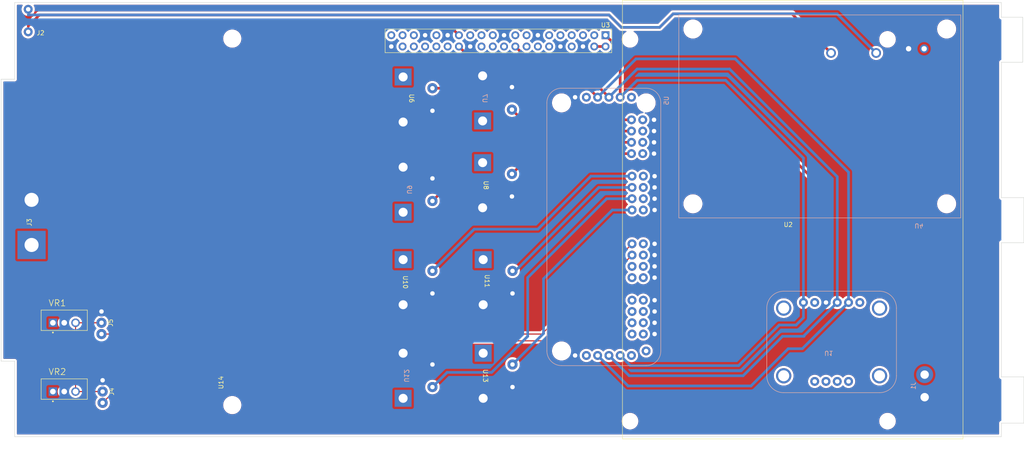
<source format=kicad_pcb>
(kicad_pcb (version 20211014) (generator pcbnew)
  (title_block (title "Lasagna Motherboard PCB Design") (date "2023-01-03") (rev "v0.1") (company "Blueshift Robotics"))
  (layers (0 "F.Cu" signal) (31 "B.Cu" signal) (34 "B.Paste" user) (35 "F.Paste" user) (36 "B.SilkS" user "B.Silkscreen") (37 "F.SilkS" user "F.Silkscreen") (38 "B.Mask" user) (39 "F.Mask" user) (44 "Edge.Cuts" user))
  (net 0 "")
  (net 1 "+12V")
  (net 2 "GND")
  (net 3 "Net-(J2-Pad1)")
  (net 4 "Net-(J2-Pad2)")
  (net 9 "+3V3")
  (net 11 "Net-(U1-Pad8)")
  (net 12 "Net-(U1-Pad9)")
  (net 14 "+5V")
  (net 45 "Net-(U5-Pad13)")
  (net 46 "Net-(U5-Pad16)")
  (net 47 "Net-(U5-Pad19)")
  (net 48 "Net-(U5-Pad22)")
  (net 49 "Net-(U10-Pad3)")
  (net 50 "Net-(U11-Pad3)")
  (net 51 "Net-(U12-Pad3)")
  (net 52 "Net-(U13-Pad3)")
  (net 61 "Net-(U5-Pad37)")
  (net 63 "Net-(U5-Pad40)")
  (footprint "lasagna-motherboard:ESC" (layer "F.Cu") (at 143.891 147.32 -90)
    (fp_text reference "U13" (at 0 -0.5 -90 unlocked) (layer "F.SilkS"))
    (fp_text value "ESC")
    (pad "1" thru_hole rect (at -5.08 0 270) (size 3.81 3.81) (drill 2.032) (layers *.Cu *.Mask) (net 1 "+12V"))
    (pad "2" thru_hole rect (at 5.08 0 270) (size 3.81 3.81) (drill 2.032) (layers *.Cu *.Mask) (net 2 "GND"))
    (pad "3" thru_hole circle (at -2.54 -6.604 90) (size 2.286 2.286) (drill 1) (layers *.Cu *.Mask) (net 52 "Net-(U13-Pad3)"))
    (pad "4" thru_hole circle (at 2.54 -6.604 90) (size 2.286 2.286) (drill 1) (layers *.Cu *.Mask) (net 2 "GND"))
  )
  (footprint "lasagna-motherboard:ESC" (layer "F.Cu") (at 125.857 126.238 -90)
    (fp_text reference "U10" (at 0 -0.5 -90 unlocked) (layer "F.SilkS"))
    (fp_text value "ESC")
    (pad "1" thru_hole rect (at -5.08 0 270) (size 3.81 3.81) (drill 2.032) (layers *.Cu *.Mask) (net 1 "+12V"))
    (pad "2" thru_hole rect (at 5.08 0 270) (size 3.81 3.81) (drill 2.032) (layers *.Cu *.Mask) (net 2 "GND"))
    (pad "3" thru_hole circle (at -2.54 -6.604 90) (size 2.286 2.286) (drill 1) (layers *.Cu *.Mask) (net 49 "Net-(U10-Pad3)"))
    (pad "4" thru_hole circle (at 2.54 -6.604 90) (size 2.286 2.286) (drill 1) (layers *.Cu *.Mask) (net 2 "GND"))
  )
  (footprint "lasagna-motherboard:Servo PWM Connector" (layer "F.Cu") (at 60.706 150.876 90)
    (fp_text reference "J4" (at 0 -0.5 90 unlocked) (layer "F.SilkS"))
    (fp_text value "Servo_Connector")
    (pad "1" thru_hole circle (at -2.54 -2.54 270) (size 2.286 2.286) (drill 1) (layers *.Cu *.Mask) (net 63 "Net-(U5-Pad40)"))
    (pad "2" thru_hole circle (at 0 -2.54 270) (size 2.286 2.286) (drill 1) (layers *.Cu *.Mask) (net 14 "+5V"))
    (pad "3" thru_hole circle (at 2.54 -2.54 270) (size 2.286 2.286) (drill 1) (layers *.Cu *.Mask) (net 2 "GND"))
  )
  (footprint "lasagna-motherboard:Jetson_Xavier_NX_2X20_Pin_Header" (layer "F.Cu") (at 147.32 71.882 180)
    (fp_text reference "U3" (at -24.13 3.556 180) (layer "F.SilkS"))
    (fp_text value "Jetson_Xavier_NX_Pins")
    (fp_line (start 25.519 -2.658999) (end -25.519 -2.659) (layer "F.SilkS") (width 0.12))
    (fp_line (start -25.519 2.658999) (end 25.519 2.659) (layer "F.SilkS") (width 0.12))
    (fp_line (start 25.519 2.659) (end 25.519 -2.658999) (layer "F.SilkS") (width 0.12))
    (fp_line (start -25.519 -0.886333) (end -25.519 0.886333) (layer "F.SilkS") (width 0.12))
    (fp_line (start -25.519 0.886333) (end -25.519 2.658999) (layer "F.SilkS") (width 0.12))
    (fp_line (start -25.519 -2.659) (end -25.519 -0.886333) (layer "F.SilkS") (width 0.12))
    (pad "1" thru_hole rect (at -24.13 1.27 180) (size 1.778 1.778) (drill 1) (layers *.Cu *.Mask) (net 9 "+3V3"))
    (pad "2" thru_hole circle (at -24.13 -1.27 180) (size 1.778 1.778) (drill 1) (layers *.Cu *.Mask) (net 14 "+5V"))
    (pad "3" thru_hole circle (at -21.59 1.27 180) (size 1.778 1.778) (drill 1) (layers *.Cu *.Mask))
    (pad "4" thru_hole circle (at -21.59 -1.27 180) (size 1.778 1.778) (drill 1) (layers *.Cu *.Mask) (net 14 "+5V"))
    (pad "5" thru_hole circle (at -19.05 1.27 180) (size 1.778 1.778) (drill 1) (layers *.Cu *.Mask))
    (pad "6" thru_hole circle (at -19.05 -1.27 180) (size 1.778 1.778) (drill 1) (layers *.Cu *.Mask) (net 2 "GND"))
    (pad "7" thru_hole circle (at -16.51 1.27 180) (size 1.778 1.778) (drill 1) (layers *.Cu *.Mask))
    (pad "8" thru_hole circle (at -16.51 -1.27 180) (size 1.778 1.778) (drill 1) (layers *.Cu *.Mask))
    (pad "9" thru_hole circle (at -13.97 -1.27 180) (size 1.778 1.778) (drill 1) (layers *.Cu *.Mask) (net 2 "GND"))
    (pad "10" thru_hole circle (at -13.97 1.27 180) (size 1.778 1.778) (drill 1) (layers *.Cu *.Mask))
    (pad "11" thru_hole circle (at -11.43 -1.27 180) (size 1.778 1.778) (drill 1) (layers *.Cu *.Mask))
    (pad "12" thru_hole circle (at -11.43 1.27 180) (size 1.778 1.778) (drill 1) (layers *.Cu *.Mask))
    (pad "13" thru_hole circle (at -8.89 -1.27 180) (size 1.778 1.778) (drill 1) (layers *.Cu *.Mask))
    (pad "14" thru_hole circle (at -8.89 1.27 180) (size 1.778 1.778) (drill 1) (layers *.Cu *.Mask) (net 2 "GND"))
    (pad "15" thru_hole circle (at -6.35 -1.27 180) (size 1.778 1.778) (drill 1) (layers *.Cu *.Mask))
    (pad "16" thru_hole circle (at -6.35 1.27 180) (size 1.778 1.778) (drill 1) (layers *.Cu *.Mask))
    (pad "17" thru_hole circle (at -3.81 -1.27 180) (size 1.778 1.778) (drill 1) (layers *.Cu *.Mask) (net 9 "+3V3"))
    (pad "18" thru_hole circle (at -3.81 1.27 180) (size 1.778 1.778) (drill 1) (layers *.Cu *.Mask))
    (pad "19" thru_hole circle (at -1.27 -1.27 180) (size 1.778 1.778) (drill 1) (layers *.Cu *.Mask))
    (pad "20" thru_hole circle (at -1.27 1.27 180) (size 1.778 1.778) (drill 1) (layers *.Cu *.Mask) (net 2 "GND"))
    (pad "21" thru_hole circle (at 1.27 -1.27 180) (size 1.778 1.778) (drill 1) (layers *.Cu *.Mask))
    (pad "22" thru_hole circle (at 1.27 1.27 180) (size 1.778 1.778) (drill 1) (layers *.Cu *.Mask))
    (pad "23" thru_hole circle (at 3.81 -1.27 180) (size 1.778 1.778) (drill 1) (layers *.Cu *.Mask))
    (pad "24" thru_hole circle (at 3.81 1.27 180) (size 1.778 1.778) (drill 1) (layers *.Cu *.Mask))
    (pad "25" thru_hole circle (at 6.35 -1.27 180) (size 1.778 1.778) (drill 1) (layers *.Cu *.Mask) (net 2 "GND"))
    (pad "26" thru_hole circle (at 6.35 1.27 180) (size 1.778 1.778) (drill 1) (layers *.Cu *.Mask))
    (pad "27" thru_hole circle (at 8.89 -1.27 180) (size 1.778 1.778) (drill 1) (layers *.Cu *.Mask) (net 11 "Net-(U1-Pad8)"))
    (pad "28" thru_hole circle (at 8.89 1.27 180) (size 1.778 1.778) (drill 1) (layers *.Cu *.Mask) (net 12 "Net-(U1-Pad9)"))
    (pad "29" thru_hole circle (at 11.43 -1.27 180) (size 1.778 1.778) (drill 1) (layers *.Cu *.Mask))
    (pad "30" thru_hole circle (at 11.43 1.27 180) (size 1.778 1.778) (drill 1) (layers *.Cu *.Mask) (net 2 "GND"))
    (pad "31" thru_hole circle (at 13.97 -1.27 180) (size 1.778 1.778) (drill 1) (layers *.Cu *.Mask))
    (pad "32" thru_hole circle (at 13.97 1.27 180) (size 1.778 1.778) (drill 1) (layers *.Cu *.Mask))
    (pad "33" thru_hole circle (at 16.51 -1.27 180) (size 1.778 1.778) (drill 1) (layers *.Cu *.Mask))
    (pad "34" thru_hole circle (at 16.51 1.27 180) (size 1.778 1.778) (drill 1) (layers *.Cu *.Mask) (net 2 "GND"))
    (pad "35" thru_hole circle (at 19.05 -1.27 180) (size 1.778 1.778) (drill 1) (layers *.Cu *.Mask))
    (pad "36" thru_hole circle (at 19.05 1.27 180) (size 1.778 1.778) (drill 1) (layers *.Cu *.Mask))
    (pad "37" thru_hole circle (at 21.59 -1.27 180) (size 1.778 1.778) (drill 1) (layers *.Cu *.Mask))
    (pad "38" thru_hole circle (at 21.59 1.27 180) (size 1.778 1.778) (drill 1) (layers *.Cu *.Mask))
    (pad "39" thru_hole circle (at 24.13 -1.27 180) (size 1.778 1.778) (drill 1) (layers *.Cu *.Mask) (net 2 "GND"))
    (pad "40" thru_hole circle (at 24.13 1.27 180) (size 1.778 1.778) (drill 1) (layers *.Cu *.Mask))
  )
  (footprint "lasagna-motherboard:Jetson_Xavier_NX_Mounting_Holes" (layer "F.Cu") (at 212.09 110.49 90)
    (fp_text reference "U2" (at -2.794 0.508 unlocked) (layer "F.SilkS"))
    (fp_text value "Jetson_Xavier_NX_Mounting_Holes")
    (fp_rect (start -51.054 -36.83) (end 47.752 39.878) (layer "F.SilkS") (width 0.12) (fill none))
    (pad "" np_thru_hole circle (at 38.946 -35.122 180) (size 1 1) (drill 2.75) (layers F&B.Cu *.Mask))
    (pad "" np_thru_hole circle (at 38.946 22.878 180) (size 1 1) (drill 2.75) (layers F&B.Cu *.Mask))
    (pad "" np_thru_hole circle (at -47.054 -35.122 180) (size 1 1) (drill 2.75) (layers F&B.Cu *.Mask))
    (pad "" np_thru_hole circle (at -47.054 22.878 180) (size 1 1) (drill 2.75) (layers F&B.Cu *.Mask))
  )
  (footprint "lasagna-motherboard:Voltage Regulator TO255" (layer "F.Cu") (at 46.97 135.382)
    (fp_text reference "VR1" (at 0.995 -4.444) (layer "F.SilkS") (effects (font (size 1.4 1.4))))
    (fp_text value "7805_TO-220_Voltage_Regulator")
    (fp_line (start 7.75 1.74) (end -2.65 1.74) (layer "F.SilkS") (width 0.127))
    (fp_line (start 7.75 -2.86) (end 7.75 1.74) (layer "F.SilkS") (width 0.127))
    (fp_line (start -2.65 -2.86) (end 7.75 -2.86) (layer "F.SilkS") (width 0.127))
    (fp_line (start -2.65 1.74) (end -2.65 -2.86) (layer "F.SilkS") (width 0.127))
    (fp_circle (center 0 2.195) (end 0.1 2.195) (layer "F.SilkS") (width 0.2) (fill none))
    (pad "1" thru_hole rect (at 0 0) (size 1.91 1.91) (drill 1.27) (layers *.Cu *.Mask) (net 1 "+12V"))
    (pad "2" thru_hole circle (at 2.55 0) (size 1.91 1.91) (drill 1.27) (layers *.Cu *.Mask) (net 2 "GND"))
    (pad "3" thru_hole circle (at 5.1 0) (size 1.91 1.91) (drill 1.27) (layers *.Cu *.Mask) (net 14 "+5V"))
  )
  (footprint "lasagna-motherboard:Voltage Regulator TO255" (layer "F.Cu") (at 46.97 150.876)
    (fp_text reference "VR2" (at 0.995 -4.444) (layer "F.SilkS") (effects (font (size 1.4 1.4))))
    (fp_text value "7805_TO-220_Voltage_Regulator")
    (fp_line (start 7.75 -2.86) (end 7.75 1.74) (layer "F.SilkS") (width 0.127))
    (fp_line (start 7.75 1.74) (end -2.65 1.74) (layer "F.SilkS") (width 0.127))
    (fp_line (start -2.65 -2.86) (end 7.75 -2.86) (layer "F.SilkS") (width 0.127))
    (fp_line (start -2.65 1.74) (end -2.65 -2.86) (layer "F.SilkS") (width 0.127))
    (fp_circle (center 0 2.195) (end 0.1 2.195) (layer "F.SilkS") (width 0.2) (fill none))
    (pad "1" thru_hole rect (at 0 0) (size 1.91 1.91) (drill 1.27) (layers *.Cu *.Mask) (net 1 "+12V"))
    (pad "2" thru_hole circle (at 2.55 0) (size 1.91 1.91) (drill 1.27) (layers *.Cu *.Mask) (net 2 "GND"))
    (pad "3" thru_hole circle (at 5.1 0) (size 1.91 1.91) (drill 1.27) (layers *.Cu *.Mask) (net 14 "+5V"))
  )
  (footprint "lasagna-motherboard:FathomX_Connector" (layer "F.Cu") (at 41.402 67.31 90)
    (fp_text reference "J2" (at -2.794 2.794 unlocked) (layer "F.SilkS"))
    (fp_text value "Fathom_X_Connector")
    (pad "1" thru_hole circle (at -2.54 0 180) (size 2 2) (drill 1) (layers *.Cu *.Mask) (net 3 "Net-(J2-Pad1)"))
    (pad "2" thru_hole circle (at 2.54 0 180) (size 2 2) (drill 1) (layers *.Cu *.Mask) (net 4 "Net-(J2-Pad2)"))
  )
  (footprint "lasagna-motherboard:ESC" (layer "F.Cu") (at 143.764 104.394 -90)
    (fp_text reference "U8" (at 0 -0.762 -90 unlocked) (layer "F.SilkS"))
    (fp_text value "ESC")
    (pad "1" thru_hole rect (at -5.08 0 270) (size 3.81 3.81) (drill 2.032) (layers *.Cu *.Mask) (net 1 "+12V"))
    (pad "2" thru_hole rect (at 5.08 0 270) (size 3.81 3.81) (drill 2.032) (layers *.Cu *.Mask) (net 2 "GND"))
    (pad "3" thru_hole circle (at -2.54 -6.604 90) (size 2.286 2.286) (drill 1) (layers *.Cu *.Mask) (net 47 "Net-(U5-Pad19)"))
    (pad "4" thru_hole circle (at 2.54 -6.604 90) (size 2.286 2.286) (drill 1) (layers *.Cu *.Mask) (net 2 "GND"))
  )
  (footprint "lasagna-motherboard:Power_Connector" (layer "F.Cu") (at 42.164 112.776 90)
    (fp_text reference "J3" (at 0 -0.5 90 unlocked) (layer "F.SilkS"))
    (fp_text value "Power_Connector")
    (pad "1" thru_hole rect (at -5.08 0 90) (size 6.35 6.35) (drill 3.175) (layers *.Cu *.Mask) (net 1 "+12V"))
    (pad "2" thru_hole rect (at 5.08 0 90) (size 6.35 6.35) (drill 3.175) (layers *.Cu *.Mask) (net 2 "GND"))
  )
  (footprint "lasagna-motherboard:ESC" (layer "F.Cu") (at 125.857 85.09 -90)
    (fp_text reference "U6" (at -0.254 -1.905 -90 unlocked) (layer "F.SilkS"))
    (fp_text value "ESC")
    (pad "1" thru_hole rect (at -5.08 0 270) (size 3.81 3.81) (drill 2.032) (layers *.Cu *.Mask) (net 1 "+12V"))
    (pad "2" thru_hole rect (at 5.08 0 270) (size 3.81 3.81) (drill 2.032) (layers *.Cu *.Mask) (net 2 "GND"))
    (pad "3" thru_hole circle (at -2.54 -6.604 90) (size 2.286 2.286) (drill 1) (layers *.Cu *.Mask) (net 45 "Net-(U5-Pad13)"))
    (pad "4" thru_hole circle (at 2.54 -6.604 90) (size 2.286 2.286) (drill 1) (layers *.Cu *.Mask) (net 2 "GND"))
  )
  (footprint "lasagna-motherboard:ESC Holder mounting Holes" (layer "F.Cu") (at 87.376 153.924 90)
    (fp_text reference "U14" (at 5.08 -2.54 90 unlocked) (layer "F.SilkS"))
    (fp_text value "ESC_Holder_Mounting_Holes")
    (pad "" np_thru_hole circle (at 0 0 180) (size 2.54 2.54) (drill 3.1) (layers F&B.Cu *.Mask))
    (pad "" np_thru_hole circle (at 82.55 0 180) (size 2.54 2.54) (drill 3.1) (layers F&B.Cu *.Mask))
  )
  (footprint "lasagna-motherboard:Servo PWM Connector" (layer "F.Cu") (at 60.452 135.382 90)
    (fp_text reference "J5" (at 0 -0.5 90 unlocked) (layer "F.SilkS"))
    (fp_text value "Servo_Connector")
    (pad "1" thru_hole circle (at -2.54 -2.54 270) (size 2.286 2.286) (drill 1) (layers *.Cu *.Mask) (net 61 "Net-(U5-Pad37)"))
    (pad "2" thru_hole circle (at 0 -2.54 270) (size 2.286 2.286) (drill 1) (layers *.Cu *.Mask) (net 14 "+5V"))
    (pad "3" thru_hole circle (at 2.54 -2.54 270) (size 2.286 2.286) (drill 1) (layers *.Cu *.Mask) (net 2 "GND"))
  )
  (footprint "lasagna-motherboard:ESC" (layer "F.Cu") (at 143.891 126.238 -90)
    (fp_text reference "U11" (at -0.254 -0.889 -90 unlocked) (layer "F.SilkS"))
    (fp_text value "ESC")
    (pad "1" thru_hole rect (at -5.08 0 270) (size 3.81 3.81) (drill 2.032) (layers *.Cu *.Mask) (net 1 "+12V"))
    (pad "2" thru_hole rect (at 5.08 0 270) (size 3.81 3.81) (drill 2.032) (layers *.Cu *.Mask) (net 2 "GND"))
    (pad "3" thru_hole circle (at -2.54 -6.604 90) (size 2.286 2.286) (drill 1) (layers *.Cu *.Mask) (net 50 "Net-(U11-Pad3)"))
    (pad "4" thru_hole circle (at 2.54 -6.604 90) (size 2.286 2.286) (drill 1) (layers *.Cu *.Mask) (net 2 "GND"))
  )
  (footprint "lasagna-motherboard:Adafruit_PCA9685_PWMGen" (layer "B.Cu") (at 183.896 82.55 -90)
    (fp_text reference "U5" (at 2.794 -1.27 90 unlocked) (layer "B.SilkS") (effects (justify mirror)))
    (fp_text value "Adafruit_PCA9685_PWMGen")
    (fp_line (start 0 3.302) (end 0.000001 22.606) (layer "B.SilkS") (width 0.12))
    (fp_line (start 3.302 0) (end 59.182 0) (layer "B.SilkS") (width 0.12))
    (fp_line (start 62.484 22.352) (end 62.484 3.302) (layer "B.SilkS") (width 0.12))
    (fp_line (start 3.302 25.663754) (end 59.182 25.654) (layer "B.SilkS") (width 0.12))
    (fp_arc (start 3.302 25.663754) (mid 1.05183 24.781907) (end 0.000001 22.606) (layer "B.SilkS") (width 0.12))
    (fp_arc (start 62.484 22.352) (mid 61.516867 24.686867) (end 59.182 25.654) (layer "B.SilkS") (width 0.12))
    (fp_arc (start 0 3.302) (mid 0.967133 0.967133) (end 3.302 0) (layer "B.SilkS") (width 0.12))
    (fp_arc (start 59.182 0) (mid 61.516867 0.967133) (end 62.484 3.302) (layer "B.SilkS") (width 0.12))
    (pad "" np_thru_hole circle (at 59.182 22.352 270) (size 2.5 2.5) (drill 3.302) (layers F&B.Cu *.Mask))
    (pad "" np_thru_hole circle (at 3.302 22.352 270) (size 2.5 2.5) (drill 3.302) (layers F&B.Cu *.Mask))
    (pad "" np_thru_hole circle (at 3.302 3.302 270) (size 2.5 2.5) (drill 3.302) (layers F&B.Cu *.Mask))
    (pad "" thru_hole circle (at 59.182 3.302 180) (size 2 2) (drill 1) (layers *.Cu *.Mask))
    (pad "1" thru_hole circle (at 2.032 19.304 180) (size 2 2) (drill 1) (layers *.Cu *.Mask) (net 2 "GND"))
    (pad "2" thru_hole circle (at 2.032 16.764 180) (size 2 2) (drill 1) (layers *.Cu *.Mask))
    (pad "3" thru_hole circle (at 2.032 14.224 180) (size 2 2) (drill 1) (layers *.Cu *.Mask) (net 12 "Net-(U1-Pad9)"))
    (pad "4" thru_hole circle (at 2.032 11.684 180) (size 2 2) (drill 1) (layers *.Cu *.Mask) (net 11 "Net-(U1-Pad8)"))
    (pad "5" thru_hole circle (at 2.032 9.144 180) (size 2 2) (drill 1) (layers *.Cu *.Mask) (net 9 "+3V3"))
    (pad "6" thru_hole circle (at 2.032 6.604 180) (size 2 2) (drill 1) (layers *.Cu *.Mask))
    (pad "7" thru_hole circle (at 60.198 19.304 180) (size 2 2) (drill 1) (layers *.Cu *.Mask) (net 2 "GND"))
    (pad "8" thru_hole circle (at 60.198 16.764 180) (size 2 2) (drill 1) (layers *.Cu *.Mask))
    (pad "9" thru_hole circle (at 60.198 14.224 180) (size 2 2) (drill 1) (layers *.Cu *.Mask) (net 12 "Net-(U1-Pad9)"))
    (pad "10" thru_hole circle (at 60.198 11.684 180) (size 2 2) (drill 1) (layers *.Cu *.Mask) (net 11 "Net-(U1-Pad8)"))
    (pad "11" thru_hole circle (at 60.198 9.144 180) (size 2 2) (drill 1) (layers *.Cu *.Mask) (net 9 "+3V3"))
    (pad "12" thru_hole circle (at 60.198 6.604 180) (size 2 2) (drill 1) (layers *.Cu *.Mask))
    (pad "13" thru_hole circle (at 7.112 6.604 180) (size 2 2) (drill 1) (layers *.Cu *.Mask) (net 45 "Net-(U5-Pad13)"))
    (pad "14" thru_hole circle (at 7.112 4.064 180) (size 2 2) (drill 1) (layers *.Cu *.Mask))
    (pad "15" thru_hole circle (at 7.112 1.524 180) (size 2 2) (drill 1) (layers *.Cu *.Mask) (net 2 "GND"))
    (pad "16" thru_hole circle (at 9.652 6.604 180) (size 2 2) (drill 1) (layers *.Cu *.Mask) (net 46 "Net-(U5-Pad16)"))
    (pad "17" thru_hole circle (at 9.652 4.064 180) (size 2 2) (drill 1) (layers *.Cu *.Mask))
    (pad "18" thru_hole circle (at 9.652 1.524 180) (size 2 2) (drill 1) (layers *.Cu *.Mask) (net 2 "GND"))
    (pad "19" thru_hole circle (at 12.192 6.604 180) (size 2 2) (drill 1) (layers *.Cu *.Mask) (net 47 "Net-(U5-Pad19)"))
    (pad "20" thru_hole circle (at 12.192 4.064 180) (size 2 2) (drill 1) (layers *.Cu *.Mask))
    (pad "21" thru_hole circle (at 12.192 1.524 180) (size 2 2) (drill 1) (layers *.Cu *.Mask) (net 2 "GND"))
    (pad "22" thru_hole circle (at 14.732 6.604 180) (size 2 2) (drill 1) (layers *.Cu *.Mask) (net 48 "Net-(U5-Pad22)"))
    (pad "23" thru_hole circle (at 14.732 4.064 180) (size 2 2) (drill 1) (layers *.Cu *.Mask))
    (pad "24" thru_hole circle (at 14.732 1.524 180) (size 2 2) (drill 1) (layers *.Cu *.Mask) (net 2 "GND"))
    (pad "25" thru_hole circle (at 19.812 6.477 180) (size 2 2) (drill 1) (layers *.Cu *.Mask) (net 49 "Net-(U10-Pad3)"))
    (pad "26" thru_hole circle (at 19.812 3.937 180) (size 2 2) (drill 1) (layers *.Cu *.Mask))
    (pad "27" thru_hole circle (at 19.812 1.397 180) (size 2 2) (drill 1) (layers *.Cu *.Mask) (net 2 "GND"))
    (pad "28" thru_hole circle (at 22.352 6.477 180) (size 2 2) (drill 1) (layers *.Cu *.Mask) (net 50 "Net-(U11-Pad3)"))
    (pad "29" thru_hole circle (at 22.352 3.937 180) (size 2 2) (drill 1) (layers *.Cu *.Mask))
    (pad "30" thru_hole circle (at 22.352 1.397 180) (size 2 2) (drill 1) (layers *.Cu *.Mask) (net 2 "GND"))
    (pad "31" thru_hole circle (at 24.892 6.477 180) (size 2 2) (drill 1) (layers *.Cu *.Mask) (net 51 "Net-(U12-Pad3)"))
    (pad "32" thru_hole circle (at 24.892 3.937 180) (size 2 2) (drill 1) (layers *.Cu *.Mask))
    (pad "33" thru_hole circle (at 24.892 1.397 180) (size 2 2) (drill 1) (layers *.Cu *.Mask) (net 2 "GND"))
    (pad "34" thru_hole circle (at 27.432 6.477 180) (size 2 2) (drill 1) (layers *.Cu *.Mask) (net 52 "Net-(U13-Pad3)"))
    (pad "35" thru_hole circle (at 27.432 3.937 180) (size 2 2) (drill 1) (layers *.Cu *.Mask))
    (pad "36" thru_hole circle (at 27.432 1.397 180) (size 2 2) (drill 1) (layers *.Cu *.Mask) (net 2 "GND"))
    (pad "37" thru_hole circle (at 35.052 6.477 180) (size 2 2) (drill 1) (layers *.Cu *.Mask) (net 61 "Net-(U5-Pad37)"))
    (pad "38" thru_hole circle (at 35.052 3.937 180) (size 2 2) (drill 1) (layers *.Cu *.Mask))
    (pad "39" thru_hole circle (at 35.052 1.397 180) (size 2 2) (drill 1) (layers *.Cu *.Mask) (net 2 "GND"))
    (pad "40" thru_hole circle (at 37.592 6.477 180) (size 2 2) (drill 1) (layers *.Cu *.Mask) (net 63 "Net-(U5-Pad40)"))
    (pad "41" thru_hole circle (at 37.592 3.937 180) (size 2 2) (drill 1) (layers *.Cu *.Mask))
    (pad "42" thru_hole circle (at 37.592 1.397 180) (size 2 2) (drill 1) (layers *.Cu *.Mask) (net 2 "GND"))
    (pad "43" thru_hole circle (at 40.132 6.477 180) (size 2 2) (drill 1) (layers *.Cu *.Mask))
    (pad "44" thru_hole circle (at 40.132 3.937 180) (size 2 2) (drill 1) (layers *.Cu *.Mask))
    (pad "45" thru_hole circle (at 40.132 1.397 180) (size 2 2) (drill 1) (layers *.Cu *.Mask) (net 2 "GND"))
    (pad "46" thru_hole circle (at 42.672 6.477 180) (size 2 2) (drill 1) (layers *.Cu *.Mask))
    (pad "47" thru_hole circle (at 42.672 3.937 180) (size 2 2) (drill 1) (layers *.Cu *.Mask))
    (pad "48" thru_hole circle (at 42.672 1.397 180) (size 2 2) (drill 1) (layers *.Cu *.Mask) (net 2 "GND"))
    (pad "49" thru_hole circle (at 47.752 6.477 180) (size 2 2) (drill 1) (layers *.Cu *.Mask))
    (pad "50" thru_hole circle (at 47.752 3.937 180) (size 2 2) (drill 1) (layers *.Cu *.Mask))
    (pad "51" thru_hole circle (at 47.752 1.397 180) (size 2 2) (drill 1) (layers *.Cu *.Mask) (net 2 "GND"))
    (pad "52" thru_hole circle (at 50.292 6.477 180) (size 2 2) (drill 1) (layers *.Cu *.Mask))
    (pad "53" thru_hole circle (at 50.292 3.937 180) (size 2 2) (drill 1) (layers *.Cu *.Mask))
    (pad "54" thru_hole circle (at 50.292 1.397 180) (size 2 2) (drill 1) (layers *.Cu *.Mask) (net 2 "GND"))
    (pad "55" thru_hole circle (at 52.832 6.477 180) (size 2 2) (drill 1) (layers *.Cu *.Mask))
    (pad "56" thru_hole circle (at 52.832 3.937 180) (size 2 2) (drill 1) (layers *.Cu *.Mask))
    (pad "57" thru_hole circle (at 52.832 1.397 180) (size 2 2) (drill 1) (layers *.Cu *.Mask) (net 2 "GND"))
    (pad "58" thru_hole circle (at 55.372 6.477 180) (size 2 2) (drill 1) (layers *.Cu *.Mask))
    (pad "59" thru_hole circle (at 55.372 3.937 180) (size 2 2) (drill 1) (layers *.Cu *.Mask))
    (pad "60" thru_hole circle (at 55.372 1.397 180) (size 2 2) (drill 1) (layers *.Cu *.Mask) (net 2 "GND"))
  )
  (footprint "lasagna-motherboard:Jetson Power Connector" (layer "B.Cu") (at 243.332 149.606 -90)
    (fp_text reference "J1" (at 0 2.54 90 unlocked) (layer "B.SilkS") (effects (justify mirror)))
    (fp_text value "Jetson_Power_Connector")
    (pad "1" thru_hole circle (at -2.54 0 270) (size 3.81 3.81) (drill 1.905) (layers *.Cu *.Mask) (net 1 "+12V"))
    (pad "2" thru_hole circle (at 2.54 0 270) (size 3.81 3.81) (drill 1.905) (layers *.Cu *.Mask) (net 2 "GND"))
  )
  (footprint "lasagna-motherboard:ESC" (layer "B.Cu") (at 143.764 84.836 90)
    (fp_text reference "U7" (at 0 0.5 270 unlocked) (layer "B.SilkS") (effects (justify mirror)))
    (fp_text value "ESC")
    (pad "1" thru_hole rect (at -5.08 0 90) (size 3.81 3.81) (drill 2.032) (layers *.Cu *.Mask) (net 1 "+12V"))
    (pad "2" thru_hole rect (at 5.08 0 90) (size 3.81 3.81) (drill 2.032) (layers *.Cu *.Mask) (net 2 "GND"))
    (pad "3" thru_hole circle (at -2.54 6.604 270) (size 2.286 2.286) (drill 1) (layers *.Cu *.Mask) (net 46 "Net-(U5-Pad16)"))
    (pad "4" thru_hole circle (at 2.54 6.604 270) (size 2.286 2.286) (drill 1) (layers *.Cu *.Mask) (net 2 "GND"))
  )
  (footprint "lasagna-motherboard:ESC" (layer "B.Cu") (at 125.857 105.41 90)
    (fp_text reference "U9" (at 0 1.397 270 unlocked) (layer "B.SilkS") (effects (justify mirror)))
    (fp_text value "ESC")
    (pad "1" thru_hole rect (at -5.08 0 90) (size 3.81 3.81) (drill 2.032) (layers *.Cu *.Mask) (net 1 "+12V"))
    (pad "2" thru_hole rect (at 5.08 0 90) (size 3.81 3.81) (drill 2.032) (layers *.Cu *.Mask) (net 2 "GND"))
    (pad "3" thru_hole circle (at -2.54 6.604 270) (size 2.286 2.286) (drill 1) (layers *.Cu *.Mask) (net 48 "Net-(U5-Pad22)"))
    (pad "4" thru_hole circle (at 2.54 6.604 270) (size 2.286 2.286) (drill 1) (layers *.Cu *.Mask) (net 2 "GND"))
  )
  (footprint "lasagna-motherboard:ESC" (layer "B.Cu") (at 125.857 147.32 90)
    (fp_text reference "U12" (at 0 0.762 270 unlocked) (layer "B.SilkS") (effects (justify mirror)))
    (fp_text value "ESC")
    (pad "1" thru_hole rect (at -5.08 0 90) (size 3.81 3.81) (drill 2.032) (layers *.Cu *.Mask) (net 1 "+12V"))
    (pad "2" thru_hole rect (at 5.08 0 90) (size 3.81 3.81) (drill 2.032) (layers *.Cu *.Mask) (net 2 "GND"))
    (pad "3" thru_hole circle (at -2.54 6.604 270) (size 2.286 2.286) (drill 1) (layers *.Cu *.Mask) (net 51 "Net-(U12-Pad3)"))
    (pad "4" thru_hole circle (at 2.54 6.604 270) (size 2.286 2.286) (drill 1) (layers *.Cu *.Mask) (net 2 "GND"))
  )
  (footprint "lasagna-motherboard:FathomX" (layer "B.Cu") (at 219.71 88.9)
    (fp_text reference "U4" (at 22.352 24.638 180 unlocked) (layer "B.SilkS") (effects (justify mirror)))
    (fp_text value "FathomX")
    (fp_rect (start 31.75 -22.86) (end -31.75 22.86) (layer "B.SilkS") (width 0.12) (fill none))
    (pad "" np_thru_hole circle (at 28.575 19.685) (size 3.302 3.302) (drill 3.302) (layers F&B.Cu *.Mask))
    (pad "" np_thru_hole circle (at 28.575 -19.685) (size 3.302 3.302) (drill 3.302) (layers F&B.Cu *.Mask))
    (pad "" np_thru_hole circle (at -28.575 19.685) (size 3.302 3.302) (drill 3.302) (layers F&B.Cu *.Mask))
    (pad "" np_thru_hole circle (at -28.575 -19.685) (size 3.302 3.302) (drill 3.302) (layers F&B.Cu *.Mask))
    (pad "1" thru_hole circle (at 2.54 -14.288) (size 2.184 2.184) (drill 1.397) (layers *.Cu *.Mask) (net 3 "Net-(J2-Pad1)"))
    (pad "2" thru_hole circle (at 12.7 -14.288) (size 2.184 2.184) (drill 1.397) (layers *.Cu *.Mask) (net 4 "Net-(J2-Pad2)"))
    (pad "3" thru_hole rect (at 20.002 -15.24) (size 1.981 1.981) (drill 1.2) (layers *.Cu *.Mask) (net 2 "GND"))
    (pad "4" thru_hole circle (at 23.503 -15.24) (size 1.981 1.981) (drill 1.2) (layers *.Cu *.Mask) (net 1 "+12V"))
  )
  (footprint "lasagna-motherboard:Adafruit_BNO055_IMU" (layer "B.Cu") (at 221.742 139.7)
    (fp_text reference "U1" (at 0 2.54 -180 unlocked) (layer "B.SilkS") (effects (justify mirror)))
    (fp_text value "Adafruit_BNO055_IMU")
    (fp_line (start 15.24 7.62) (end 15.24 -7.62) (layer "B.SilkS") (width 0.12))
    (fp_line (start -13.97 -7.62) (end -13.97 7.62) (layer "B.SilkS") (width 0.12))
    (fp_line (start -10.16 11.43) (end 11.43 11.43) (layer "B.SilkS") (width 0.12))
    (fp_line (start 11.43 -11.43) (end -10.16 -11.43) (layer "B.SilkS") (width 0.12))
    (fp_arc (start -10.16 11.43) (mid -12.854077 10.314077) (end -13.97 7.62) (layer "B.SilkS") (width 0.12))
    (fp_arc (start 15.24 7.62) (mid 14.124077 10.314077) (end 11.43 11.43) (layer "B.SilkS") (width 0.12))
    (fp_arc (start 11.43 -11.43) (mid 14.124077 -10.314077) (end 15.24 -7.62) (layer "B.SilkS") (width 0.12))
    (fp_arc (start -13.97 -7.62) (mid -12.854077 -10.314077) (end -10.16 -11.43) (layer "B.SilkS") (width 0.12))
    (pad "" np_thru_hole circle (at 11.43 -7.62) (size 3.429 3.429) (drill 2.5) (layers F&B.Cu *.Mask))
    (pad "" np_thru_hole circle (at 11.43 7.62) (size 3.429 3.429) (drill 2.5) (layers F&B.Cu *.Mask))
    (pad "" np_thru_hole circle (at -10.16 7.62) (size 3.429 3.429) (drill 2.5) (layers F&B.Cu *.Mask))
    (pad "" np_thru_hole circle (at -10.16 -7.62) (size 3.429 3.429) (drill 2.5) (layers F&B.Cu *.Mask))
    (pad "1" thru_hole circle (at -3.175 8.89) (size 2 2) (drill 1) (layers *.Cu *.Mask))
    (pad "2" thru_hole circle (at -0.635 8.89) (size 2 2) (drill 1) (layers *.Cu *.Mask))
    (pad "3" thru_hole circle (at 1.905 8.89) (size 2 2) (drill 1) (layers *.Cu *.Mask))
    (pad "4" thru_hole circle (at 4.445 8.89) (size 2 2) (drill 1) (layers *.Cu *.Mask))
    (pad "5" thru_hole circle (at -5.715 -8.89) (size 2 2) (drill 1) (layers *.Cu *.Mask) (net 9 "+3V3"))
    (pad "6" thru_hole circle (at -3.175 -8.89) (size 2 2) (drill 1) (layers *.Cu *.Mask))
    (pad "7" thru_hole circle (at -0.635 -8.89) (size 2 2) (drill 1) (layers *.Cu *.Mask) (net 2 "GND"))
    (pad "8" thru_hole circle (at 1.905 -8.89) (size 2 2) (drill 1) (layers *.Cu *.Mask) (net 11 "Net-(U1-Pad8)"))
    (pad "9" thru_hole circle (at 4.445 -8.89) (size 2 2) (drill 1) (layers *.Cu *.Mask) (net 12 "Net-(U1-Pad9)"))
    (pad "10" thru_hole circle (at 6.985 -8.89) (size 2 2) (drill 1) (layers *.Cu *.Mask))
  )
  (gr_line (start 265.684 147.574) (end 260.604 147.574) (layer "Edge.Cuts") (width 0.1))
  (gr_line (start 265.684 157.988) (end 265.684 147.574) (layer "Edge.Cuts") (width 0.1))
  (gr_line (start 265.43 66.548) (end 260.604 66.548) (layer "Edge.Cuts") (width 0.1))
  (gr_line (start 38.354 161.036) (end 260.604 161.036) (layer "Edge.Cuts") (width 0.1))
  (gr_line (start 38.354 80.518) (end 35.306 80.518) (layer "Edge.Cuts") (width 0.1))
  (gr_line (start 265.43 76.708) (end 265.43 66.548) (layer "Edge.Cuts") (width 0.1))
  (gr_line (start 38.354 144.018) (end 38.354 161.036) (layer "Edge.Cuts") (width 0.1))
  (gr_line (start 260.604 66.548) (end 260.604 63.246) (layer "Edge.Cuts") (width 0.1))
  (gr_line (start 260.604 117.348) (end 265.684 117.348) (layer "Edge.Cuts") (width 0.1))
  (gr_line (start 35.306 144.018) (end 38.354 144.018) (layer "Edge.Cuts") (width 0.1))
  (gr_line (start 265.684 117.348) (end 265.684 107.188) (layer "Edge.Cuts") (width 0.1))
  (gr_line (start 260.604 107.188) (end 260.604 76.708) (layer "Edge.Cuts") (width 0.1))
  (gr_line (start 265.684 107.188) (end 260.604 107.188) (layer "Edge.Cuts") (width 0.1))
  (gr_line (start 38.354 63.246) (end 38.354 80.518) (layer "Edge.Cuts") (width 0.1))
  (gr_line (start 260.604 157.988) (end 265.684 157.988) (layer "Edge.Cuts") (width 0.1))
  (gr_line (start 260.604 76.708) (end 265.43 76.708) (layer "Edge.Cuts") (width 0.1))
  (gr_line (start 260.604 161.036) (end 260.604 157.988) (layer "Edge.Cuts") (width 0.1))
  (gr_line (start 35.306 80.518) (end 35.306 144.018) (layer "Edge.Cuts") (width 0.1))
  (gr_line (start 260.604 147.574) (end 260.604 117.348) (layer "Edge.Cuts") (width 0.1))
  (gr_line (start 260.604 63.246) (end 38.354 63.246) (layer "Edge.Cuts") (width 0.1))
  (segment (start 182.372 92.202) (end 207.391 92.202) (width 0.6) (layer "F.Cu") (net 2))
  (segment (start 207.391 92.202) (end 221.107 105.918) (width 0.6) (layer "F.Cu") (net 2))
  (segment (start 221.107 105.918) (end 221.107 130.81) (width 0.6) (layer "F.Cu") (net 2))
  (segment (start 43.942 66.04) (end 41.402 68.58) (width 0.6) (layer "F.Cu") (net 3))
  (segment (start 175.006 68.834) (end 172.212 66.04) (width 0.6) (layer "F.Cu") (net 3))
  (segment (start 213.424 65.786) (end 186.69 65.786) (width 0.6) (layer "F.Cu") (net 3))
  (segment (start 172.212 66.04) (end 43.942 66.04) (width 0.6) (layer "F.Cu") (net 3))
  (segment (start 222.25 74.612) (end 213.424 65.786) (width 0.6) (layer "F.Cu") (net 3))
  (segment (start 186.69 65.786) (end 183.642 68.834) (width 0.6) (layer "F.Cu") (net 3))
  (segment (start 183.642 68.834) (end 175.006 68.834) (width 0.6) (layer "F.Cu") (net 3))
  (segment (start 223.584 65.786) (end 232.41 74.612) (width 0.6) (layer "B.Cu") (net 4))
  (segment (start 172.212 66.04) (end 175.006 68.834) (width 0.6) (layer "B.Cu") (net 4))
  (segment (start 175.006 68.834) (end 183.642 68.834) (width 0.6) (layer "B.Cu") (net 4))
  (segment (start 41.402 66.04) (end 172.212 66.04) (width 0.6) (layer "B.Cu") (net 4))
  (segment (start 183.642 68.834) (end 186.69 65.786) (width 0.6) (layer "B.Cu") (net 4))
  (segment (start 186.69 65.786) (end 223.584 65.786) (width 0.6) (layer "B.Cu") (net 4))
  (segment (start 174.752 77.216) (end 155.194 77.216) (width 0.6) (layer "F.Cu") (net 9))
  (segment (start 171.45 70.612) (end 174.752 73.914) (width 0.6) (layer "F.Cu") (net 9))
  (segment (start 174.752 74.168) (end 174.752 84.582) (width 0.6) (layer "F.Cu") (net 9))
  (segment (start 155.194 77.216) (end 151.13 73.152) (width 0.6) (layer "F.Cu") (net 9))
  (segment (start 174.752 73.914) (end 174.752 74.168) (width 0.6) (layer "F.Cu") (net 9))
  (segment (start 216.027 134.239) (end 214.376 135.89) (width 0.6) (layer "B.Cu") (net 9))
  (segment (start 216.027 130.81) (end 216.027 98.298) (width 0.6) (layer "B.Cu") (net 9))
  (segment (start 177.038 145.034) (end 174.752 142.748) (width 0.6) (layer "B.Cu") (net 9))
  (segment (start 201.422 145.034) (end 177.038 145.034) (width 0.6) (layer "B.Cu") (net 9))
  (segment (start 214.376 135.89) (end 210.566 135.89) (width 0.6) (layer "B.Cu") (net 9))
  (segment (start 178.562 80.772) (end 174.752 84.582) (width 0.6) (layer "B.Cu") (net 9))
  (segment (start 210.566 135.89) (end 201.422 145.034) (width 0.6) (layer "B.Cu") (net 9))
  (segment (start 216.027 98.298) (end 198.501 80.772) (width 0.6) (layer "B.Cu") (net 9))
  (segment (start 216.027 130.81) (end 216.027 134.239) (width 0.6) (layer "B.Cu") (net 9))
  (segment (start 198.501 80.772) (end 178.562 80.772) (width 0.6) (layer "B.Cu") (net 9))
  (segment (start 140.462 75.184) (end 150.114 75.184) (width 0.6) (layer "F.Cu") (net 11))
  (segment (start 150.114 75.184) (end 153.924 78.994) (width 0.6) (layer "F.Cu") (net 11))
  (segment (start 166.624 78.994) (end 172.212 84.582) (width 0.6) (layer "F.Cu") (net 11))
  (segment (start 153.924 78.994) (end 166.624 78.994) (width 0.6) (layer "F.Cu") (net 11))
  (segment (start 138.43 73.152) (end 140.462 75.184) (width 0.6) (layer "F.Cu") (net 11))
  (segment (start 176.784 147.32) (end 202.438 147.32) (width 0.6) (layer "B.Cu") (net 11))
  (segment (start 216.154 138.43) (end 216.154 138.303) (width 0.6) (layer "B.Cu") (net 11))
  (segment (start 216.154 138.303) (end 223.647 130.81) (width 0.6) (layer "B.Cu") (net 11))
  (segment (start 199.39 78.232) (end 178.562 78.232) (width 0.6) (layer "B.Cu") (net 11))
  (segment (start 172.212 142.748) (end 176.784 147.32) (width 0.6) (layer "B.Cu") (net 11))
  (segment (start 178.562 78.232) (end 172.212 84.582) (width 0.6) (layer "B.Cu") (net 11))
  (segment (start 202.438 147.32) (end 211.328 138.43) (width 0.6) (layer "B.Cu") (net 11))
  (segment (start 223.647 130.81) (end 223.647 102.489) (width 0.6) (layer "B.Cu") (net 11))
  (segment (start 211.328 138.43) (end 216.154 138.43) (width 0.6) (layer "B.Cu") (net 11))
  (segment (start 223.647 102.489) (end 199.39 78.232) (width 0.6) (layer "B.Cu") (net 11))
  (segment (start 119.888 67.818) (end 117.602 70.104) (width 0.6) (layer "F.Cu") (net 12))
  (segment (start 117.602 73.152) (end 120.904 76.454) (width 0.6) (layer "F.Cu") (net 12))
  (segment (start 152.908 80.772) (end 165.862 80.772) (width 0.6) (layer "F.Cu") (net 12))
  (segment (start 138.43 70.612) (end 135.636 67.818) (width 0.6) (layer "F.Cu") (net 12))
  (segment (start 117.602 70.104) (end 117.602 73.152) (width 0.6) (layer "F.Cu") (net 12))
  (segment (start 135.636 67.818) (end 119.888 67.818) (width 0.6) (layer "F.Cu") (net 12))
  (segment (start 165.862 80.772) (end 169.672 84.582) (width 0.6) (layer "F.Cu") (net 12))
  (segment (start 148.59 76.454) (end 152.908 80.772) (width 0.6) (layer "F.Cu") (net 12))
  (segment (start 120.904 76.454) (end 148.59 76.454) (width 0.6) (layer "F.Cu") (net 12))
  (segment (start 169.672 142.748) (end 176.53 149.606) (width 0.6) (layer "B.Cu") (net 12))
  (segment (start 215.773 141.224) (end 226.187 130.81) (width 0.6) (layer "B.Cu") (net 12))
  (segment (start 204.216 149.606) (end 212.598 141.224) (width 0.6) (layer "B.Cu") (net 12))
  (segment (start 176.53 149.606) (end 204.216 149.606) (width 0.6) (layer "B.Cu") (net 12))
  (segment (start 200.66 75.946) (end 178.308 75.946) (width 0.6) (layer "B.Cu") (net 12))
  (segment (start 212.598 141.224) (end 215.773 141.224) (width 0.6) (layer "B.Cu") (net 12))
  (segment (start 226.187 130.81) (end 226.187 101.473) (width 0.6) (layer "B.Cu") (net 12))
  (segment (start 226.187 101.473) (end 200.66 75.946) (width 0.6) (layer "B.Cu") (net 12))
  (segment (start 178.308 75.946) (end 169.672 84.582) (width 0.6) (layer "B.Cu") (net 12))
  (segment (start 52.07 150.876) (end 58.166 150.876) (width 0.25) (layer "F.Cu") (net 14))
  (segment (start 168.91 73.152) (end 171.45 73.152) (width 0.6) (layer "F.Cu") (net 14))
  (segment (start 52.07 135.382) (end 52.07 150.876) (width 0.25) (layer "F.Cu") (net 14))
  (segment (start 52.194 135.382) (end 57.912 135.382) (width 0.25) (layer "F.Cu") (net 14))
  (segment (start 132.461 82.55) (end 140.462 82.55) (width 0.6) (layer "F.Cu") (net 45))
  (segment (start 142.748 84.836) (end 155.702 84.836) (width 0.6) (layer "F.Cu") (net 45))
  (segment (start 140.462 82.55) (end 142.748 84.836) (width 0.6) (layer "F.Cu") (net 45))
  (segment (start 160.528 89.662) (end 177.292 89.662) (width 0.6) (layer "F.Cu") (net 45))
  (segment (start 155.702 84.836) (end 160.528 89.662) (width 0.6) (layer "F.Cu") (net 45))
  (segment (start 155.194 92.202) (end 177.292 92.202) (width 0.6) (layer "F.Cu") (net 46))
  (segment (start 150.368 87.376) (end 155.194 92.202) (width 0.6) (layer "F.Cu") (net 46))
  (segment (start 150.368 101.854) (end 157.48 94.742) (width 0.6) (layer "F.Cu") (net 47))
  (segment (start 157.48 94.742) (end 177.292 94.742) (width 0.6) (layer "F.Cu") (net 47))
  (segment (start 151.892 104.14) (end 158.75 97.282) (width 0.6) (layer "F.Cu") (net 48))
  (segment (start 136.271 104.14) (end 151.892 104.14) (width 0.6) (layer "F.Cu") (net 48))
  (segment (start 158.75 97.282) (end 177.292 97.282) (width 0.6) (layer "F.Cu") (net 48))
  (segment (start 132.461 107.95) (end 136.271 104.14) (width 0.6) (layer "F.Cu") (net 48))
  (segment (start 132.461 123.698) (end 141.859 114.3) (width 0.6) (layer "B.Cu") (net 49))
  (segment (start 156.21 114.3) (end 168.148 102.362) (width 0.6) (layer "B.Cu") (net 49))
  (segment (start 168.148 102.362) (end 177.419 102.362) (width 0.6) (layer "B.Cu") (net 49))
  (segment (start 141.859 114.3) (end 156.21 114.3) (width 0.6) (layer "B.Cu") (net 49))
  (segment (start 169.926 104.902) (end 177.419 104.902) (width 0.6) (layer "B.Cu") (net 50))
  (segment (start 151.13 123.698) (end 169.926 104.902) (width 0.6) (layer "B.Cu") (net 50))
  (segment (start 150.495 123.698) (end 151.13 123.698) (width 0.6) (layer "B.Cu") (net 50))
  (segment (start 132.461 149.86) (end 135.763 146.558) (width 0.6) (layer "B.Cu") (net 51))
  (segment (start 135.763 146.558) (end 145.796 146.558) (width 0.6) (layer "B.Cu") (net 51))
  (segment (start 171.704 107.442) (end 177.419 107.442) (width 0.6) (layer "B.Cu") (net 51))
  (segment (start 153.924 138.43) (end 153.924 125.222) (width 0.6) (layer "B.Cu") (net 51))
  (segment (start 153.924 125.222) (end 171.704 107.442) (width 0.6) (layer "B.Cu") (net 51))
  (segment (start 145.796 146.558) (end 153.924 138.43) (width 0.6) (layer "B.Cu") (net 51))
  (segment (start 157.48 137.795) (end 157.48 125.476) (width 0.6) (layer "B.Cu") (net 52))
  (segment (start 157.48 125.476) (end 172.974 109.982) (width 0.6) (layer "B.Cu") (net 52))
  (segment (start 172.974 109.982) (end 177.419 109.982) (width 0.6) (layer "B.Cu") (net 52))
  (segment (start 150.495 144.78) (end 157.48 137.795) (width 0.6) (layer "B.Cu") (net 52))
  (segment (start 157.099 137.922) (end 177.419 117.602) (width 0.25) (layer "F.Cu") (net 61))
  (segment (start 57.912 137.922) (end 157.099 137.922) (width 0.25) (layer "F.Cu") (net 61))
  (segment (start 58.166 153.416) (end 72.136 139.446) (width 0.25) (layer "F.Cu") (net 63))
  (segment (start 72.136 139.446) (end 158.115 139.446) (width 0.25) (layer "F.Cu") (net 63))
  (segment (start 158.115 139.446) (end 177.419 120.142) (width 0.25) (layer "F.Cu") (net 63))
  (zone (net 1) (net_name "+12V") (layer "F.Cu") (connect_pads yes (clearance 0.508)) (min_thickness 0.254) (fill yes (thermal_gap 0.508) (thermal_bridge_width 0.508))
    (polygon (pts (xy 229.616 63.246) (xy 260.35 63.246) (xy 260.35 161.036) (xy 38.1 161.036) (xy 38.1 144.018) (xy 35.052 144.018) (xy 35.052 80.518) (xy 38.1 80.518) (xy 38.1 63.246)))
  )
  (zone (net 2) (net_name "GND") (layer "B.Cu") (connect_pads yes (clearance 0.508)) (min_thickness 0.254) (fill yes (thermal_gap 0.508) (thermal_bridge_width 0.508))
    (polygon (pts (xy 229.87 63.246) (xy 260.604 63.246) (xy 260.604 161.036) (xy 38.354 161.036) (xy 38.354 144.018) (xy 35.306 144.018) (xy 35.306 80.518) (xy 38.354 80.518) (xy 38.354 63.246)))
  )
)
</source>
